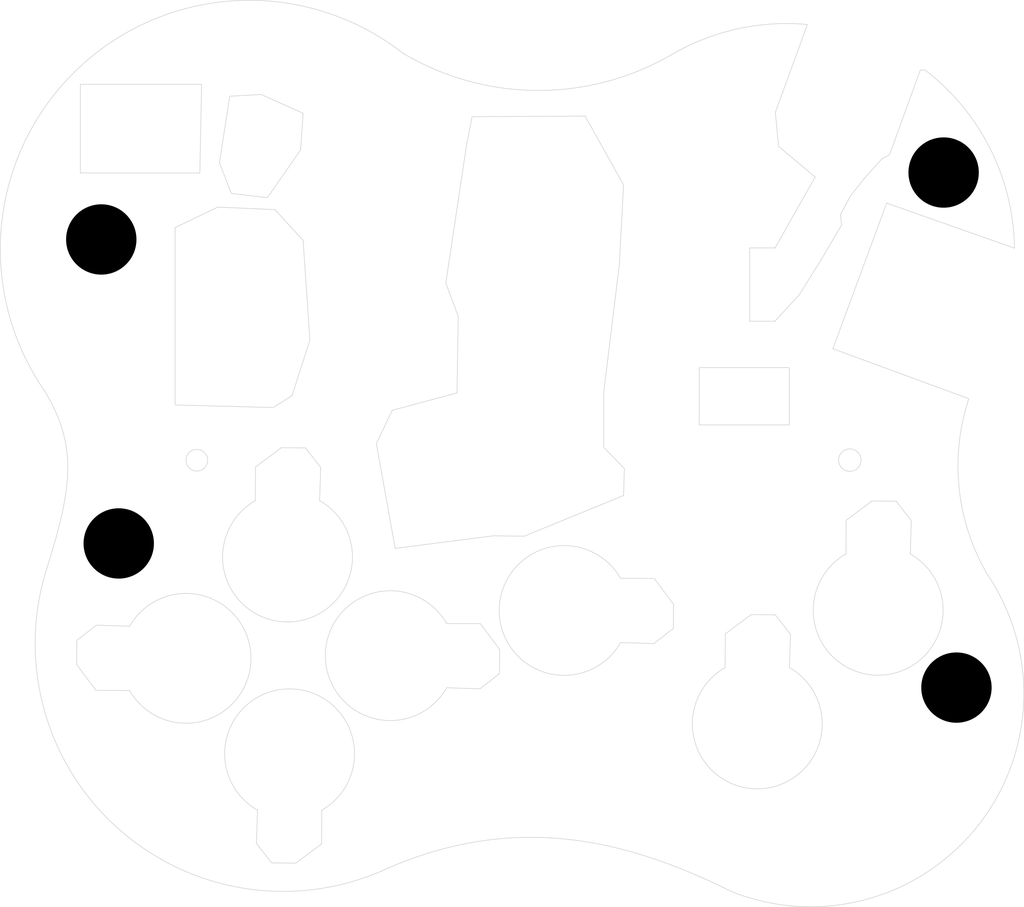
<source format=kicad_pcb>
(kicad_pcb (version 20241229) (generator "pcbnew") (generator_version "9.0")
  (layers (0 "F.Cu" signal) (2 "B.Cu" signal) (13 "F.Paste" user) (15 "B.Paste" user) (5 "F.SilkS" user "F.Silkscreen") (7 "B.SilkS" user "B.Silkscreen") (1 "F.Mask" user) (3 "B.Mask" user) (25 "Edge.Cuts" user))
  (net 0 "")
  (footprint "cnhardware:SMTSO20xx" (layer "F.Cu") (at 178.745021 113.076639)
    (property "Reference" "J7" (hide yes))
    (property "Value" "MOUNT" (hide yes))
    (pad "" np_thru_hole circle (at 0 0) (size 5.6 5.6) (drill 5.6) (layers))
  )
  (footprint "cnhardware:SMTSO20xx" (layer "F.Cu") (at 112.065021 101.596639)
    (property "Reference" "J7" (hide yes))
    (property "Value" "MOUNT" (hide yes))
    (pad "" np_thru_hole circle (at 0 0) (size 5.6 5.6) (drill 5.6) (layers))
  )
  (footprint "cnhardware:SMTSO20xx" (layer "F.Cu") (at 177.725021 72.056639)
    (property "Reference" "J7" (hide yes))
    (property "Value" "MOUNT" (hide yes))
    (pad "" np_thru_hole circle (at 0 0) (size 5.6 5.6) (drill 5.6) (layers))
  )
  (footprint "cnhardware:SMTSO20xx" (layer "F.Cu") (at 110.675021 77.386639)
    (property "Reference" "J7" (hide yes))
    (property "Value" "MOUNT" (hide yes))
    (pad "" np_thru_hole circle (at 0 0) (size 5.6 5.6) (drill 5.6) (layers))
  )
  (gr_line (start 156.207701 108.364037) (end 154.657701 109.574037) (stroke (width 0.05)) (layer "Edge.Cuts"))
  (gr_line (start 164.33 67.27) (end 166.879924 60.266914) (stroke (width 0.05)) (layer "Edge.Cuts"))
  (gr_circle (center 118.28 94.97) (end 118.96 95.5) (stroke (width 0.05)) (fill no) (layer "Edge.Cuts"))
  (gr_line (start 175.154037 99.782299) (end 175.07 102.43) (stroke (width 0.05)) (layer "Edge.Cuts"))
  (gr_line (start 156.227701 106.444037) (end 156.207701 108.364037) (stroke (width 0.05)) (layer "Edge.Cuts"))
  (gr_line (start 150.67 89.58) (end 150.67 93.94) (stroke (width 0.05)) (layer "Edge.Cuts"))
  (gr_line (start 110.252299 113.295963) (end 108.712299 111.235963) (stroke (width 0.05)) (layer "Edge.Cuts"))
  (gr_line (start 160.344037 108.802299) (end 162.404037 107.262299) (stroke (width 0.05)) (layer "Edge.Cuts"))
  (gr_arc (start 156.062206 62.672387) (mid 161.282656 60.622173) (end 166.88 60.266914) (stroke (width 0.05)) (layer "Edge.Cuts"))
  (gr_arc (start 112.93 108.19) (mid 122.590828 110.74364) (end 112.932299 113.305962) (stroke (width 0.05)) (layer "Edge.Cuts"))
  (gr_line (start 125.86 89.82) (end 124.36 90.77) (stroke (width 0.05)) (layer "Edge.Cuts"))
  (gr_line (start 169.6 76.24) (end 168 78.96) (stroke (width 0.05)) (layer "Edge.Cuts"))
  (gr_line (start 169.964037 99.752299) (end 172.024037 98.212299) (stroke (width 0.05)) (layer "Edge.Cuts"))
  (gr_line (start 124.5 75.01) (end 126.74 77.46) (stroke (width 0.05)) (layer "Edge.Cuts"))
  (gr_line (start 175.87 63.89) (end 173.42 70.64) (stroke (width 0.05)) (layer "Edge.Cuts"))
  (gr_line (start 171.42 72.51) (end 170.31 73.92) (stroke (width 0.05)) (layer "Edge.Cuts"))
  (gr_line (start 172.024037 98.212299) (end 173.944037 98.232299) (stroke (width 0.05)) (layer "Edge.Cuts"))
  (gr_line (start 126.54 70.26) (end 126.74 67.34) (stroke (width 0.05)) (layer "Edge.Cuts"))
  (gr_line (start 152.007701 104.374038) (end 154.687701 104.384037) (stroke (width 0.05)) (layer "Edge.Cuts"))
  (gr_arc (start 176.24 63.89) (mid 181.435287 70.164612) (end 183.362696 78.079589) (stroke (width 0.05)) (layer "Edge.Cuts"))
  (gr_line (start 167.5 72.41) (end 164.59 69.98) (stroke (width 0.05)) (layer "Edge.Cuts"))
  (gr_line (start 122.940002 98.19) (end 122.95 95.51) (stroke (width 0.05)) (layer "Edge.Cuts"))
  (gr_curve (pts (xy 133.028056 127.6696) (xy 143.615021 122.866639) (xy 152.644301 125.238827) (xy 160.844661 129.322733)) (stroke (width 0.05)) (layer "Edge.Cuts"))
  (gr_arc (start 128.055963 98.187701) (mid 125.502323 107.848529) (end 122.94 98.19) (stroke (width 0.05)) (layer "Edge.Cuts"))
  (gr_line (start 109.01 72.09) (end 118.52 72.09) (stroke (width 0.05)) (layer "Edge.Cuts"))
  (gr_arc (start 181.217226 104.078778) (mid 178.963737 97.234449) (end 179.728431 90.069375) (stroke (width 0.05)) (layer "Edge.Cuts"))
  (gr_line (start 124.36 90.77) (end 116.55 90.57) (stroke (width 0.05)) (layer "Edge.Cuts"))
  (gr_line (start 165.534037 108.832299) (end 165.45 111.48) (stroke (width 0.05)) (layer "Edge.Cuts"))
  (gr_arc (start 138.17 113.09) (mid 128.509172 110.53636) (end 138.167701 107.974038) (stroke (width 0.05)) (layer "Edge.Cuts"))
  (gr_line (start 173.42 70.64) (end 172.8 70.98) (stroke (width 0.05)) (layer "Edge.Cuts"))
  (gr_line (start 164.29 83.9) (end 162.29 83.9) (stroke (width 0.05)) (layer "Edge.Cuts"))
  (gr_line (start 164.59 69.98) (end 164.33 67.27) (stroke (width 0.05)) (layer "Edge.Cuts"))
  (gr_line (start 128.225961 122.837702) (end 128.215963 125.517701) (stroke (width 0.05)) (layer "Edge.Cuts"))
  (gr_line (start 116.55 90.57) (end 116.55 76.44) (stroke (width 0.05)) (layer "Edge.Cuts"))
  (gr_line (start 168.91 86.09) (end 179.728432 90.069375) (stroke (width 0.05)) (layer "Edge.Cuts"))
  (gr_line (start 120.08 71.28) (end 121.03 73.72) (stroke (width 0.05)) (layer "Edge.Cuts"))
  (gr_line (start 119.95 74.81) (end 124.5 75.01) (stroke (width 0.05)) (layer "Edge.Cuts"))
  (gr_line (start 139.74 69.94) (end 140.19 67.61) (stroke (width 0.05)) (layer "Edge.Cuts"))
  (gr_arc (start 175.07 102.43) (mid 172.51636 112.090828) (end 169.954037 102.432299) (stroke (width 0.05)) (layer "Edge.Cuts"))
  (gr_arc (start 123.11 122.84) (mid 125.66364 113.179172) (end 128.225962 122.837701) (stroke (width 0.05)) (layer "Edge.Cuts"))
  (gr_line (start 138.1 80.86) (end 139.74 69.94) (stroke (width 0.05)) (layer "Edge.Cuts"))
  (gr_line (start 120.9 65.98) (end 120.08 71.28) (stroke (width 0.05)) (layer "Edge.Cuts"))
  (gr_arc (start 106.185768 89.483766) (mid 108.843123 63.760553) (end 134.674677 62.545636) (stroke (width 0.05)) (layer "Edge.Cuts"))
  (gr_line (start 160.334039 111.482299) (end 160.344037 108.802299) (stroke (width 0.05)) (layer "Edge.Cuts"))
  (gr_line (start 142.387701 110.044037) (end 142.367701 111.964037) (stroke (width 0.05)) (layer "Edge.Cuts"))
  (gr_line (start 138.99 89.61) (end 139.09 83.52) (stroke (width 0.05)) (layer "Edge.Cuts"))
  (gr_line (start 170.31 73.92) (end 169.52 75.39) (stroke (width 0.05)) (layer "Edge.Cuts"))
  (gr_line (start 134.07 101.99) (end 132.57 93.64) (stroke (width 0.05)) (layer "Edge.Cuts"))
  (gr_arc (start 156.05983 62.672387) (mid 145.35 65.52) (end 134.674677 62.545636) (stroke (width 0.05)) (layer "Edge.Cuts"))
  (gr_line (start 124.235963 127.037701) (end 123.025963 125.487701) (stroke (width 0.05)) (layer "Edge.Cuts"))
  (gr_line (start 108.712299 111.235963) (end 108.732299 109.315963) (stroke (width 0.05)) (layer "Edge.Cuts"))
  (gr_line (start 140.19 67.61) (end 149.19 67.56) (stroke (width 0.05)) (layer "Edge.Cuts"))
  (gr_line (start 169.954039 102.432299) (end 169.964037 99.752299) (stroke (width 0.05)) (layer "Edge.Cuts"))
  (gr_arc (start 165.45 111.48) (mid 162.89636 121.140828) (end 160.334037 111.482299) (stroke (width 0.05)) (layer "Edge.Cuts"))
  (gr_line (start 149.19 67.56) (end 152.25 73.05) (stroke (width 0.05)) (layer "Edge.Cuts"))
  (gr_line (start 144.32 101.02) (end 141.87 100.99) (stroke (width 0.05)) (layer "Edge.Cuts"))
  (gr_line (start 116.55 76.44) (end 119.95 74.81) (stroke (width 0.05)) (layer "Edge.Cuts"))
  (gr_line (start 151.91 79.39) (end 150.67 89.58) (stroke (width 0.05)) (layer "Edge.Cuts"))
  (gr_line (start 154.687701 104.384037) (end 156.227701 106.444037) (stroke (width 0.05)) (layer "Edge.Cuts"))
  (gr_line (start 108.732299 109.315963) (end 110.282299 108.105963) (stroke (width 0.05)) (layer "Edge.Cuts"))
  (gr_line (start 173.19 74.49) (end 168.91 86.09) (stroke (width 0.05)) (layer "Edge.Cuts"))
  (gr_line (start 173.944037 98.232299) (end 175.154037 99.782299) (stroke (width 0.05)) (layer "Edge.Cuts"))
  (gr_line (start 141.87 100.99) (end 134.07 101.99) (stroke (width 0.05)) (layer "Edge.Cuts"))
  (gr_line (start 183.362656 78.079589) (end 173.19 74.49) (stroke (width 0.05)) (layer "Edge.Cuts"))
  (gr_line (start 152.25 73.05) (end 151.91 79.39) (stroke (width 0.05)) (layer "Edge.Cuts"))
  (gr_line (start 138.167702 107.974039) (end 140.847701 107.984037) (stroke (width 0.05)) (layer "Edge.Cuts"))
  (gr_line (start 166.25 81.77) (end 164.29 83.9) (stroke (width 0.05)) (layer "Edge.Cuts"))
  (gr_line (start 123.025963 125.487701) (end 123.11 122.84) (stroke (width 0.05)) (layer "Edge.Cuts"))
  (gr_arc (start 152.01 109.49) (mid 142.349172 106.93636) (end 152.007702 104.374037) (stroke (width 0.05)) (layer "Edge.Cuts"))
  (gr_line (start 171.42 72.51) (end 172.8 70.98) (stroke (width 0.05)) (layer "Edge.Cuts"))
  (gr_line (start 133.84 90.99) (end 138.99 89.61) (stroke (width 0.05)) (layer "Edge.Cuts"))
  (gr_line (start 162.404037 107.262299) (end 164.324037 107.282299) (stroke (width 0.05)) (layer "Edge.Cuts"))
  (gr_line (start 118.66 65.03) (end 109.01 65.03) (stroke (width 0.05)) (layer "Edge.Cuts"))
  (gr_line (start 121.03 73.72) (end 123.89 74.06) (stroke (width 0.05)) (layer "Edge.Cuts"))
  (gr_circle (center 170.26 94.96) (end 171.05 95.38) (stroke (width 0.05)) (fill no) (layer "Edge.Cuts"))
  (gr_line (start 123.41 65.84) (end 120.9 65.98) (stroke (width 0.05)) (layer "Edge.Cuts"))
  (gr_line (start 127.28 85.41) (end 125.86 89.82) (stroke (width 0.05)) (layer "Edge.Cuts"))
  (gr_line (start 154.657701 109.574037) (end 152.01 109.49) (stroke (width 0.05)) (layer "Edge.Cuts"))
  (gr_rect (start 158.27 87.59) (end 165.44 92.16) (stroke (width 0.05)) (fill no) (layer "Edge.Cuts"))
  (gr_line (start 152.25 97.78) (end 144.32 101.02) (stroke (width 0.05)) (layer "Edge.Cuts"))
  (gr_arc (start 181.217226 104.078778) (mid 180.344583 124.217118) (end 160.844661 129.322733) (stroke (width 0.05)) (layer "Edge.Cuts"))
  (gr_curve (pts (xy 106.329021 103.626639) (xy 108.425021 97.006639) (xy 108.756517 93.780893) (xy 106.185769 89.483766)) (stroke (width 0.05)) (layer "Edge.Cuts"))
  (gr_line (start 168 78.96) (end 166.25 81.77) (stroke (width 0.05)) (layer "Edge.Cuts"))
  (gr_line (start 123.89 74.06) (end 126.54 70.26) (stroke (width 0.05)) (layer "Edge.Cuts"))
  (gr_line (start 152.31 95.63) (end 152.25 97.78) (stroke (width 0.05)) (layer "Edge.Cuts"))
  (gr_line (start 126.74 67.34) (end 123.41 65.84) (stroke (width 0.05)) (layer "Edge.Cuts"))
  (gr_line (start 164.324037 107.282299) (end 165.534037 108.832299) (stroke (width 0.05)) (layer "Edge.Cuts"))
  (gr_line (start 125.01 93.97) (end 126.93 93.99) (stroke (width 0.05)) (layer "Edge.Cuts"))
  (gr_line (start 109.01 65.03) (end 109.01 72.09) (stroke (width 0.05)) (layer "Edge.Cuts"))
  (gr_line (start 150.67 93.94) (end 152.31 95.63) (stroke (width 0.05)) (layer "Edge.Cuts"))
  (gr_line (start 164.31 78.06) (end 167.5 72.41) (stroke (width 0.05)) (layer "Edge.Cuts"))
  (gr_line (start 128.215963 125.517701) (end 126.155963 127.057701) (stroke (width 0.05)) (layer "Edge.Cuts"))
  (gr_arc (start 133.028056 127.669601) (mid 111.944878 124.236133) (end 106.32902 103.626639) (stroke (width 0.05)) (layer "Edge.Cuts"))
  (gr_line (start 139.09 83.52) (end 138.1 80.86) (stroke (width 0.05)) (layer "Edge.Cuts"))
  (gr_line (start 126.155963 127.057701) (end 124.235963 127.037701) (stroke (width 0.05)) (layer "Edge.Cuts"))
  (gr_line (start 140.847701 107.984037) (end 142.387701 110.044037) (stroke (width 0.05)) (layer "Edge.Cuts"))
  (gr_line (start 162.29 78.06) (end 164.31 78.06) (stroke (width 0.05)) (layer "Edge.Cuts"))
  (gr_line (start 132.57 93.64) (end 133.84 90.99) (stroke (width 0.05)) (layer "Edge.Cuts"))
  (gr_line (start 110.282299 108.105963) (end 112.93 108.19) (stroke (width 0.05)) (layer "Edge.Cuts"))
  (gr_line (start 126.74 77.46) (end 127.28 85.41) (stroke (width 0.05)) (layer "Edge.Cuts"))
  (gr_line (start 176.24 63.890001) (end 175.87 63.89) (stroke (width 0.05)) (layer "Edge.Cuts"))
  (gr_line (start 169.52 75.39) (end 169.6 76.24) (stroke (width 0.05)) (layer "Edge.Cuts"))
  (gr_line (start 122.95 95.51) (end 125.01 93.97) (stroke (width 0.05)) (layer "Edge.Cuts"))
  (gr_line (start 140.817701 113.174037) (end 138.17 113.09) (stroke (width 0.05)) (layer "Edge.Cuts"))
  (gr_line (start 142.367701 111.964037) (end 140.817701 113.174037) (stroke (width 0.05)) (layer "Edge.Cuts"))
  (gr_line (start 118.52 72.09) (end 118.66 65.03) (stroke (width 0.05)) (layer "Edge.Cuts"))
  (gr_line (start 126.93 93.99) (end 128.14 95.54) (stroke (width 0.05)) (layer "Edge.Cuts"))
  (gr_line (start 162.29 83.9) (end 162.29 78.06) (stroke (width 0.05)) (layer "Edge.Cuts"))
  (gr_line (start 112.932298 113.305961) (end 110.252299 113.295963) (stroke (width 0.05)) (layer "Edge.Cuts"))
  (gr_line (start 128.14 95.54) (end 128.055963 98.187701) (stroke (width 0.05)) (layer "Edge.Cuts"))
)
</source>
